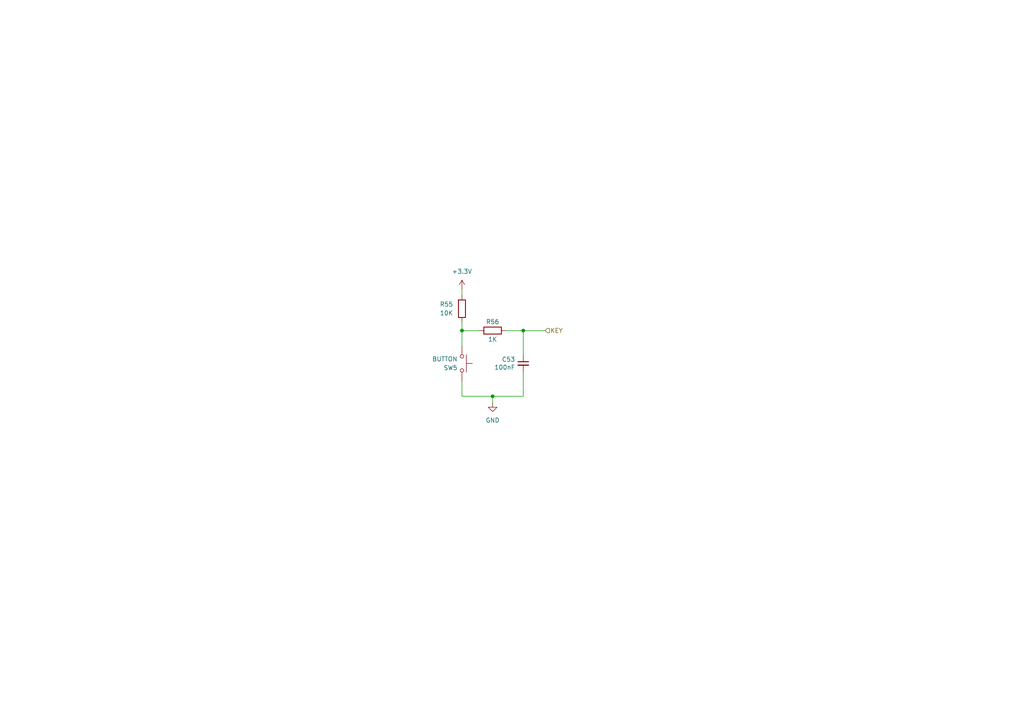
<source format=kicad_sch>
(kicad_sch (version 20231120) (generator "eeschema") (generator_version "8.0")
  (paper "A4")
  (lib_symbols
    (symbol "Device:C_Small" (pin_numbers hide) (pin_names (offset 0.254) hide)
      (property "Reference" "C" (at 0.254 1.778 0))
      (property "Value" "C_Small" (at 0.254 -2.032 0))
      (symbol "C_Small_0_1"
        (polyline (pts (xy -1.524 -0.508) (xy 1.524 -0.508)) (stroke (width 0.3302)))
        (polyline (pts (xy -1.524 0.508) (xy 1.524 0.508)) (stroke (width 0.3048)))
      )
      (symbol "C_Small_1_1"
        (pin passive line (at 0 2.54 270) (length 2.032) (name "~") (number "1"))
        (pin passive line (at 0 -2.54 90) (length 2.032) (name "~") (number "2"))
      )
    )
    (symbol "Device:R" (pin_numbers hide) (pin_names (offset 0))
      (property "Reference" "R" (at 2.032 0 90))
      (property "Value" "R" (at 0 0 90))
      (symbol "R_0_1"
        (rectangle (start -1.016 -2.54) (end 1.016 2.54) (stroke (width 0.254)))
      )
      (symbol "R_1_1"
        (pin passive line (at 0 3.81 270) (length 1.27) (name "~") (number "1"))
        (pin passive line (at 0 -3.81 90) (length 1.27) (name "~") (number "2"))
      )
    )
    (symbol "Switch:SW_Push" (pin_numbers hide) (pin_names (offset 1.016) hide)
      (property "Reference" "SW" (at 1.27 2.54 0))
      (property "Value" "SW_Push" (at 0 -1.524 0))
      (symbol "SW_Push_0_1"
        (circle (center -2.032 0) (radius 0.508))
        (polyline (pts (xy 0 1.27) (xy 0 3.048)))
        (polyline (pts (xy 2.54 1.27) (xy -2.54 1.27)))
        (circle (center 2.032 0) (radius 0.508))
        (pin passive line (at -5.08 0 0) (length 2.54) (name "1") (number "1"))
        (pin passive line (at 5.08 0 180) (length 2.54) (name "2") (number "2"))
      )
    )
    (symbol "power:+3.3V" (power) (pin_names (offset 0))
      (property "Value" "+3.3V" (at 0 3.556 0))
      (symbol "+3.3V_0_1"
        (polyline (pts (xy -0.762 1.27) (xy 0 2.54)))
        (polyline (pts (xy 0 0) (xy 0 2.54)))
        (polyline (pts (xy 0 2.54) (xy 0.762 1.27)))
      )
      (symbol "+3.3V_1_1"
        (pin power_in line (at 0 0 90) (length 0) hide (name "+3.3V") (number "1"))
      )
    )
    (symbol "power:GND" (power) (pin_names (offset 0))
      (property "Value" "GND" (at 0 -3.81 0))
      (symbol "GND_0_1"
        (polyline (pts (xy 0 0) (xy 0 -1.27) (xy 1.27 -1.27) (xy 0 -2.54) (xy -1.27 -1.27) (xy 0 -1.27)))
      )
      (symbol "GND_1_1"
        (pin power_in line (at 0 0 270) (length 0) hide (name "GND") (number "1"))
      )
    )
  )
  (junction (at 133.985 95.885))
  (junction (at 151.765 95.885))
  (junction (at 142.875 114.935))
  (wire (pts (xy 133.985 83.82) (xy 133.985 85.725)))
  (wire (pts (xy 142.875 114.935) (xy 151.765 114.935)))
  (wire (pts (xy 133.985 114.935) (xy 142.875 114.935)))
  (wire (pts (xy 151.765 95.885) (xy 158.115 95.885)))
  (wire (pts (xy 133.985 93.345) (xy 133.985 95.885)))
  (wire (pts (xy 151.765 95.885) (xy 151.765 102.87)))
  (wire (pts (xy 151.765 107.95) (xy 151.765 114.935)))
  (wire (pts (xy 142.875 114.935) (xy 142.875 116.84)))
  (wire (pts (xy 146.685 95.885) (xy 151.765 95.885)))
  (wire (pts (xy 133.985 95.885) (xy 133.985 100.33)))
  (wire (pts (xy 133.985 114.935) (xy 133.985 110.49)))
  (wire (pts (xy 139.065 95.885) (xy 133.985 95.885)))
  (hierarchical_label "KEY" (shape input) (at 158.115 95.885 0))
  (symbol (lib_id "power:+3.3V") (at 133.985 83.82 0) (unit 1)
    (property "Reference" "#PWR082" (effects (hide yes)))
    (property "Value" "+3.3V" (at 133.985 78.74 0))
    (instances (project "KLST_CATERPILLAR" (path "" (reference "#PWR082") (unit 1)) (path "" (reference "#PWR084") (unit 1))))
  )
  (symbol (lib_id "power:GND") (at 142.875 116.84 0) (unit 1)
    (property "Reference" "#PWR083" (effects (hide yes)))
    (property "Value" "GND" (at 142.875 121.92 0))
    (instances (project "KLST_CATERPILLAR" (path "" (reference "#PWR083") (unit 1)) (path "" (reference "#PWR085") (unit 1))))
  )
  (symbol (lib_id "Switch:SW_Push") (at 133.985 105.41 270) (unit 1)
    (property "Reference" "SW5" (at 132.715 106.68 90) (effects (justify right)))
    (property "Value" "BUTTON" (at 132.715 104.14 90) (effects (justify right)))
    (property "Footprint" "Cherry_MX:SW_Cherry_MX_PCB" (effects (hide yes)))
    (property "JLCPCB" "DNF" (effects (hide yes)))
    (instances (project "KLST_SHEEP" (path "" (reference "SW5") (unit 1))) (project "KLST_CATERPILLAR" (path "" (reference "SW7") (unit 1)) (path "" (reference "SW8") (unit 1))))
  )
  (symbol (lib_id "Device:C_Small") (at 151.765 105.41 0) (mirror y) (unit 1)
    (property "Reference" "C53" (at 149.4282 104.2416 0) (effects (justify left)))
    (property "Value" "100nF" (at 149.4282 106.553 0) (effects (justify left)))
    (property "Footprint" "Capacitor_SMD:C_0402_1005Metric" (effects (hide yes)))
    (property "Description" "16V" (effects (hide yes)))
    (property "JLCPCB" "C1525" (effects (hide yes)))
    (instances (project "KLST_SHEEP" (path "" (reference "C53") (unit 1))) (project "KLST_CATERPILLAR" (path "" (reference "C52") (unit 1)) (path "" (reference "C53") (unit 1))))
  )
  (symbol (lib_id "Device:R") (at 133.985 89.535 180) (unit 1)
    (property "Reference" "R55" (at 131.445 88.265 0) (effects (justify left)))
    (property "Value" "10K" (at 131.445 90.805 0) (effects (justify left)))
    (property "Footprint" "Resistor_SMD:R_0402_1005Metric" (effects (hide yes)))
    (property "Description" "62.5mW" (effects (hide yes)))
    (property "JLCPCB" "C25744" (effects (hide yes)))
    (instances (project "KLST_SHEEP" (path "" (reference "R55") (unit 1))) (project "KLST_CATERPILLAR" (path "" (reference "R50") (unit 1)) (path "" (reference "R52") (unit 1))))
  )
  (symbol (lib_id "Device:R") (at 142.875 95.885 270) (unit 1)
    (property "Reference" "R56" (at 142.875 93.345 90))
    (property "Value" "1K" (at 142.875 98.425 90))
    (property "Footprint" "Resistor_SMD:R_0402_1005Metric" (effects (hide yes)))
    (property "JLCPCB" "C11702" (effects (hide yes)))
    (instances (project "KLST_SHEEP" (path "" (reference "R56") (unit 1))) (project "KLST_CATERPILLAR" (path "" (reference "R51") (unit 1)) (path "" (reference "R53") (unit 1))))
  )
)
</source>
